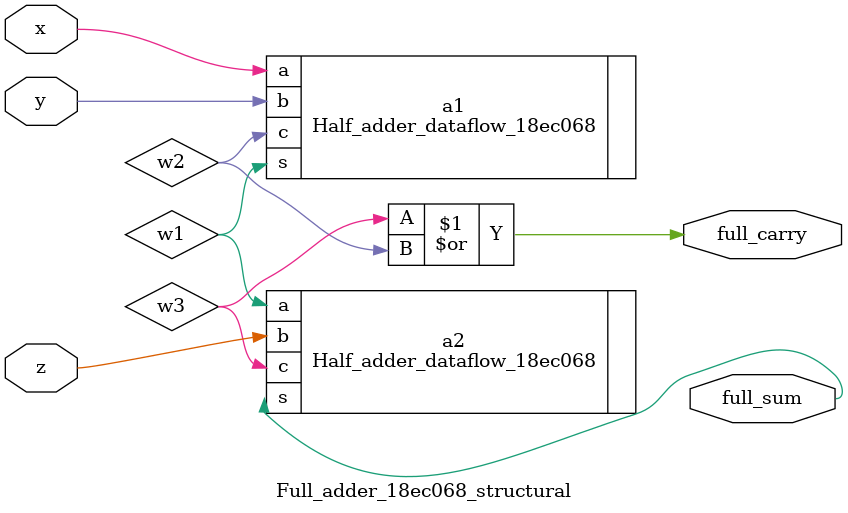
<source format=v>
`timescale 1ns / 1ps
module Full_adder_18ec068_structural(input x,input y,input z,output full_carry,output full_sum);

wire w1,w2,w3;
Half_adder_dataflow_18ec068 a1(.a(x),.b(y),.s(w1),.c(w2));
Half_adder_dataflow_18ec068 a2(.a(w1),.b(z),.s(full_sum),.c(w3));
assign full_carry=w3|w2;

endmodule

</source>
